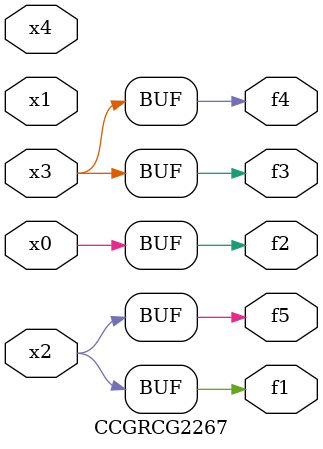
<source format=v>
module CCGRCG2267(
	input x0, x1, x2, x3, x4,
	output f1, f2, f3, f4, f5
);
	assign f1 = x2;
	assign f2 = x0;
	assign f3 = x3;
	assign f4 = x3;
	assign f5 = x2;
endmodule

</source>
